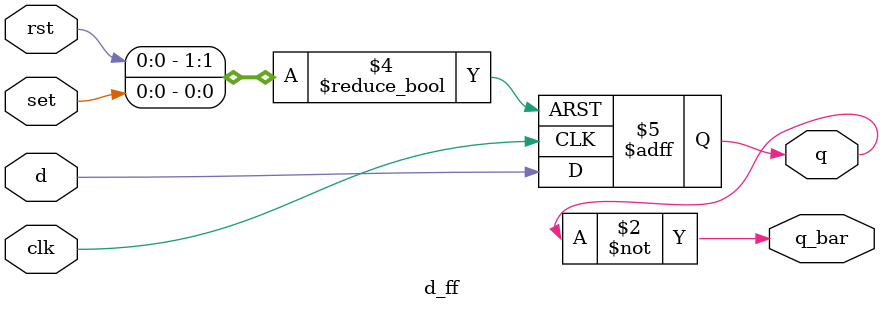
<source format=v>
module d_ff(
    input d , clk , rst , set ,
    output reg q ,
    output q_bar 
);

always @ (posedge clk or posedge rst or posedge set )
begin 
    if (rst )begin 
        q <= 0 ;
    end 
    else if (set )
    begin 
        q<=0;
    end
    else begin 
        q <= d;
    end
end

assign q_bar = ~q;
endmodule 

</source>
